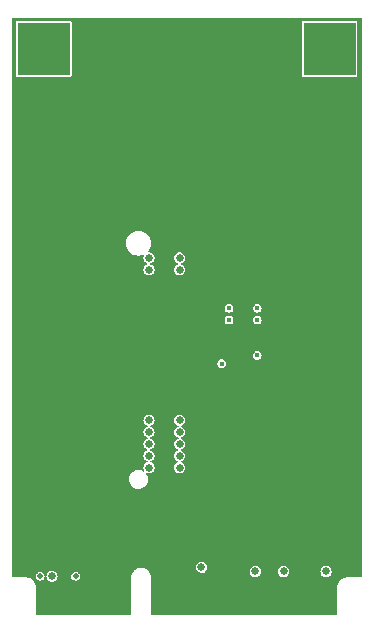
<source format=gbr>
%TF.GenerationSoftware,KiCad,Pcbnew,(6.0.1)*%
%TF.CreationDate,2022-01-21T21:00:34+01:00*%
%TF.ProjectId,apu-m2,6170752d-6d32-42e6-9b69-6361645f7063,rev?*%
%TF.SameCoordinates,Original*%
%TF.FileFunction,Copper,L2,Inr*%
%TF.FilePolarity,Positive*%
%FSLAX46Y46*%
G04 Gerber Fmt 4.6, Leading zero omitted, Abs format (unit mm)*
G04 Created by KiCad (PCBNEW (6.0.1)) date 2022-01-21 21:00:34*
%MOMM*%
%LPD*%
G01*
G04 APERTURE LIST*
%TA.AperFunction,ComponentPad*%
%ADD10R,4.500000X4.500000*%
%TD*%
%TA.AperFunction,ViaPad*%
%ADD11C,0.450000*%
%TD*%
%TA.AperFunction,ViaPad*%
%ADD12C,0.650000*%
%TD*%
%TA.AperFunction,ViaPad*%
%ADD13C,0.460000*%
%TD*%
G04 APERTURE END LIST*
D10*
%TO.N,N/C*%
%TO.C,J1*%
X127025000Y-55150000D03*
X102825000Y-55150000D03*
%TD*%
D11*
%TO.N,Net-(J1-Pad22)*%
X117900000Y-81800000D03*
%TO.N,/~{CLKREQ}*%
X118500000Y-78100000D03*
%TO.N,/~{PEWAKE}*%
X118500000Y-77100000D03*
%TO.N,+3V3*%
X120900000Y-81100000D03*
%TO.N,GND*%
X120900000Y-80100000D03*
X120900000Y-79100000D03*
%TO.N,+3V3*%
X120900000Y-78100000D03*
X120900000Y-77100000D03*
D12*
%TO.N,GND*%
X114491297Y-91700000D03*
X114491297Y-85200000D03*
X118500000Y-91100000D03*
X118900000Y-88900000D03*
X119400000Y-90000000D03*
X118100000Y-88200000D03*
X119400000Y-87100000D03*
X118500000Y-86000000D03*
X118500000Y-74200000D03*
X119400000Y-73100000D03*
X118500000Y-72000000D03*
X114500000Y-71000000D03*
X114500000Y-75000000D03*
D11*
X106875000Y-78350000D03*
X106875000Y-79875000D03*
D12*
%TO.N,+3V3*%
X103525000Y-99800000D03*
X114325000Y-87600000D03*
X111725000Y-88600000D03*
X114325000Y-90600000D03*
X114325000Y-89600000D03*
X111725000Y-90600000D03*
X123125000Y-99400000D03*
X111725000Y-89600000D03*
X114325000Y-73850000D03*
X116175000Y-99050000D03*
X120725000Y-99400000D03*
X114325000Y-72850000D03*
X126725000Y-99400000D03*
X111725000Y-72850000D03*
X111725000Y-87600000D03*
X111725000Y-86600000D03*
X111725000Y-73850000D03*
X114325000Y-88600000D03*
X114325000Y-86600000D03*
%TO.N,GND*%
X106875000Y-90100000D03*
D13*
X123125000Y-100300000D03*
D12*
X121925000Y-99400000D03*
D13*
X106325000Y-100300000D03*
X104125000Y-78350000D03*
X113125000Y-100300000D03*
X116325000Y-100300000D03*
X119925000Y-100300000D03*
X116925000Y-99750000D03*
X104125000Y-79850000D03*
D12*
X104275000Y-90100000D03*
X106875000Y-85850000D03*
X106875000Y-81450000D03*
D13*
X125925000Y-100300000D03*
D12*
X104275000Y-72600000D03*
D13*
X119725000Y-99650000D03*
D12*
X106875000Y-84350000D03*
X106875000Y-72600000D03*
X104275000Y-73600000D03*
D13*
X104325000Y-100300000D03*
D12*
X106875000Y-87350000D03*
D13*
X117525000Y-100300000D03*
X104125000Y-76850000D03*
X108725000Y-100300000D03*
X114325000Y-100300000D03*
D12*
X106875000Y-82850000D03*
X106875000Y-73600000D03*
X106875000Y-76850000D03*
D13*
X120725000Y-100300000D03*
D12*
X106875000Y-88850000D03*
D13*
%TO.N,/~{PEWAKE}*%
X102525000Y-99800000D03*
%TO.N,/~{CLKREQ}*%
X105525000Y-99800000D03*
%TD*%
%TA.AperFunction,Conductor*%
%TO.N,GND*%
G36*
X129735648Y-52514352D02*
G01*
X129750000Y-52549000D01*
X129750000Y-99851000D01*
X129735648Y-99885648D01*
X129701000Y-99900000D01*
X128548600Y-99900000D01*
X128533459Y-99897602D01*
X128532381Y-99897252D01*
X128532380Y-99897252D01*
X128525000Y-99894854D01*
X128520438Y-99896336D01*
X128456954Y-99902589D01*
X128360763Y-99912063D01*
X128360759Y-99912064D01*
X128358371Y-99912299D01*
X128198145Y-99960902D01*
X128050480Y-100039831D01*
X127921051Y-100146051D01*
X127919522Y-100147914D01*
X127912264Y-100156758D01*
X127814831Y-100275480D01*
X127735902Y-100423145D01*
X127687299Y-100583371D01*
X127687064Y-100585759D01*
X127687063Y-100585763D01*
X127672045Y-100738240D01*
X127671336Y-100745438D01*
X127669854Y-100750000D01*
X127672252Y-100757380D01*
X127672252Y-100757381D01*
X127672602Y-100758459D01*
X127675000Y-100773600D01*
X127675000Y-103051000D01*
X127660648Y-103085648D01*
X127626000Y-103100000D01*
X111974000Y-103100000D01*
X111939352Y-103085648D01*
X111925000Y-103051000D01*
X111925000Y-99973600D01*
X111927398Y-99958459D01*
X111927748Y-99957383D01*
X111927748Y-99957380D01*
X111930146Y-99950000D01*
X111929460Y-99947889D01*
X111927352Y-99927828D01*
X111913718Y-99798118D01*
X111911005Y-99772302D01*
X111855791Y-99602370D01*
X111766452Y-99447631D01*
X111762501Y-99443242D01*
X111694714Y-99367957D01*
X111646894Y-99314847D01*
X111643893Y-99312666D01*
X111504421Y-99211335D01*
X111504420Y-99211334D01*
X111502341Y-99209824D01*
X111339111Y-99137149D01*
X111251725Y-99118574D01*
X111166848Y-99100533D01*
X111166845Y-99100533D01*
X111164339Y-99100000D01*
X110985661Y-99100000D01*
X110983155Y-99100533D01*
X110983152Y-99100533D01*
X110898275Y-99118575D01*
X110810889Y-99137149D01*
X110647659Y-99209824D01*
X110645580Y-99211334D01*
X110645579Y-99211335D01*
X110506108Y-99312666D01*
X110503106Y-99314847D01*
X110455286Y-99367957D01*
X110387500Y-99443242D01*
X110383548Y-99447631D01*
X110294209Y-99602370D01*
X110238995Y-99772302D01*
X110220540Y-99947889D01*
X110219854Y-99950000D01*
X110222252Y-99957380D01*
X110222252Y-99957383D01*
X110222602Y-99958459D01*
X110225000Y-99973600D01*
X110225000Y-103051000D01*
X110210648Y-103085648D01*
X110176000Y-103100000D01*
X102224000Y-103100000D01*
X102189352Y-103085648D01*
X102175000Y-103051000D01*
X102175000Y-100773600D01*
X102177398Y-100758459D01*
X102177748Y-100757381D01*
X102177748Y-100757380D01*
X102180146Y-100750000D01*
X102178664Y-100745438D01*
X102162701Y-100583371D01*
X102114098Y-100423145D01*
X102035169Y-100275480D01*
X101937736Y-100156758D01*
X101930478Y-100147914D01*
X101928949Y-100146051D01*
X101799520Y-100039831D01*
X101651855Y-99960902D01*
X101491629Y-99912299D01*
X101489241Y-99912064D01*
X101489237Y-99912063D01*
X101335283Y-99896899D01*
X101335282Y-99896899D01*
X101329562Y-99896336D01*
X101325000Y-99894854D01*
X101317620Y-99897252D01*
X101317619Y-99897252D01*
X101316541Y-99897602D01*
X101301400Y-99900000D01*
X100149000Y-99900000D01*
X100114352Y-99885648D01*
X100100000Y-99851000D01*
X100100000Y-99800000D01*
X102149882Y-99800000D01*
X102168242Y-99915918D01*
X102221523Y-100020489D01*
X102304511Y-100103477D01*
X102307948Y-100105228D01*
X102307949Y-100105229D01*
X102329672Y-100116297D01*
X102409082Y-100156758D01*
X102525000Y-100175118D01*
X102640918Y-100156758D01*
X102720328Y-100116297D01*
X102742051Y-100105229D01*
X102742052Y-100105228D01*
X102745489Y-100103477D01*
X102828477Y-100020489D01*
X102881758Y-99915918D01*
X102900118Y-99800000D01*
X102899198Y-99794193D01*
X103049697Y-99794193D01*
X103050149Y-99797650D01*
X103050149Y-99797653D01*
X103066064Y-99919356D01*
X103067172Y-99927828D01*
X103080650Y-99958459D01*
X103107944Y-100020489D01*
X103121451Y-100051187D01*
X103208172Y-100154353D01*
X103211076Y-100156286D01*
X103211077Y-100156287D01*
X103221369Y-100163138D01*
X103320362Y-100229033D01*
X103449002Y-100269223D01*
X103452492Y-100269287D01*
X103479851Y-100269788D01*
X103583752Y-100271693D01*
X103587116Y-100270776D01*
X103710410Y-100237163D01*
X103710413Y-100237162D01*
X103713779Y-100236244D01*
X103828631Y-100165725D01*
X103919073Y-100065806D01*
X103977836Y-99944518D01*
X103978491Y-99940628D01*
X103999883Y-99813476D01*
X103999883Y-99813473D01*
X104000196Y-99811614D01*
X104000250Y-99807213D01*
X104000315Y-99801902D01*
X104000315Y-99801899D01*
X104000338Y-99800000D01*
X105149882Y-99800000D01*
X105168242Y-99915918D01*
X105221523Y-100020489D01*
X105304511Y-100103477D01*
X105307948Y-100105228D01*
X105307949Y-100105229D01*
X105329672Y-100116297D01*
X105409082Y-100156758D01*
X105525000Y-100175118D01*
X105640918Y-100156758D01*
X105720328Y-100116297D01*
X105742051Y-100105229D01*
X105742052Y-100105228D01*
X105745489Y-100103477D01*
X105828477Y-100020489D01*
X105881758Y-99915918D01*
X105900118Y-99800000D01*
X105881758Y-99684082D01*
X105855118Y-99631797D01*
X105830229Y-99582949D01*
X105830228Y-99582948D01*
X105828477Y-99579511D01*
X105745489Y-99496523D01*
X105742052Y-99494772D01*
X105742051Y-99494771D01*
X105693203Y-99469882D01*
X105640918Y-99443242D01*
X105525000Y-99424882D01*
X105409082Y-99443242D01*
X105356797Y-99469882D01*
X105307949Y-99494771D01*
X105307948Y-99494772D01*
X105304511Y-99496523D01*
X105221523Y-99579511D01*
X105219772Y-99582948D01*
X105219771Y-99582949D01*
X105194882Y-99631797D01*
X105168242Y-99684082D01*
X105149882Y-99800000D01*
X104000338Y-99800000D01*
X103981232Y-99666588D01*
X103925450Y-99543902D01*
X103837475Y-99441803D01*
X103812300Y-99425485D01*
X103727312Y-99370398D01*
X103727311Y-99370398D01*
X103724382Y-99368499D01*
X103595259Y-99329883D01*
X103529100Y-99329479D01*
X103463981Y-99329081D01*
X103463979Y-99329081D01*
X103460489Y-99329060D01*
X103457134Y-99330019D01*
X103457133Y-99330019D01*
X103334260Y-99365136D01*
X103334259Y-99365136D01*
X103330905Y-99366095D01*
X103216924Y-99438012D01*
X103166796Y-99494771D01*
X103145145Y-99519287D01*
X103127709Y-99539029D01*
X103070432Y-99661025D01*
X103069895Y-99664474D01*
X103053106Y-99772302D01*
X103049697Y-99794193D01*
X102899198Y-99794193D01*
X102881758Y-99684082D01*
X102855118Y-99631797D01*
X102830229Y-99582949D01*
X102830228Y-99582948D01*
X102828477Y-99579511D01*
X102745489Y-99496523D01*
X102742052Y-99494772D01*
X102742051Y-99494771D01*
X102693203Y-99469882D01*
X102640918Y-99443242D01*
X102525000Y-99424882D01*
X102409082Y-99443242D01*
X102356797Y-99469882D01*
X102307949Y-99494771D01*
X102307948Y-99494772D01*
X102304511Y-99496523D01*
X102221523Y-99579511D01*
X102219772Y-99582948D01*
X102219771Y-99582949D01*
X102194882Y-99631797D01*
X102168242Y-99684082D01*
X102149882Y-99800000D01*
X100100000Y-99800000D01*
X100100000Y-99044193D01*
X115699697Y-99044193D01*
X115700149Y-99047650D01*
X115700149Y-99047653D01*
X115713151Y-99147079D01*
X115717172Y-99177828D01*
X115771451Y-99301187D01*
X115858172Y-99404353D01*
X115970362Y-99479033D01*
X116099002Y-99519223D01*
X116102492Y-99519287D01*
X116129851Y-99519788D01*
X116233752Y-99521693D01*
X116237116Y-99520776D01*
X116360410Y-99487163D01*
X116360413Y-99487162D01*
X116363779Y-99486244D01*
X116478631Y-99415725D01*
X116498121Y-99394193D01*
X120249697Y-99394193D01*
X120250149Y-99397650D01*
X120250149Y-99397653D01*
X120266719Y-99524366D01*
X120267172Y-99527828D01*
X120274245Y-99543902D01*
X120301046Y-99604812D01*
X120321451Y-99651187D01*
X120323697Y-99653859D01*
X120329721Y-99661025D01*
X120408172Y-99754353D01*
X120411076Y-99756286D01*
X120411077Y-99756287D01*
X120462847Y-99790748D01*
X120520362Y-99829033D01*
X120649002Y-99869223D01*
X120652492Y-99869287D01*
X120679851Y-99869788D01*
X120783752Y-99871693D01*
X120787116Y-99870776D01*
X120910410Y-99837163D01*
X120910413Y-99837162D01*
X120913779Y-99836244D01*
X121028631Y-99765725D01*
X121119073Y-99665806D01*
X121177836Y-99544518D01*
X121178760Y-99539029D01*
X121199883Y-99413476D01*
X121199883Y-99413473D01*
X121200196Y-99411614D01*
X121200338Y-99400000D01*
X121199506Y-99394193D01*
X122649697Y-99394193D01*
X122650149Y-99397650D01*
X122650149Y-99397653D01*
X122666719Y-99524366D01*
X122667172Y-99527828D01*
X122674245Y-99543902D01*
X122701046Y-99604812D01*
X122721451Y-99651187D01*
X122723697Y-99653859D01*
X122729721Y-99661025D01*
X122808172Y-99754353D01*
X122811076Y-99756286D01*
X122811077Y-99756287D01*
X122862847Y-99790748D01*
X122920362Y-99829033D01*
X123049002Y-99869223D01*
X123052492Y-99869287D01*
X123079851Y-99869788D01*
X123183752Y-99871693D01*
X123187116Y-99870776D01*
X123310410Y-99837163D01*
X123310413Y-99837162D01*
X123313779Y-99836244D01*
X123428631Y-99765725D01*
X123519073Y-99665806D01*
X123577836Y-99544518D01*
X123578760Y-99539029D01*
X123599883Y-99413476D01*
X123599883Y-99413473D01*
X123600196Y-99411614D01*
X123600338Y-99400000D01*
X123599506Y-99394193D01*
X126249697Y-99394193D01*
X126250149Y-99397650D01*
X126250149Y-99397653D01*
X126266719Y-99524366D01*
X126267172Y-99527828D01*
X126274245Y-99543902D01*
X126301046Y-99604812D01*
X126321451Y-99651187D01*
X126323697Y-99653859D01*
X126329721Y-99661025D01*
X126408172Y-99754353D01*
X126411076Y-99756286D01*
X126411077Y-99756287D01*
X126462847Y-99790748D01*
X126520362Y-99829033D01*
X126649002Y-99869223D01*
X126652492Y-99869287D01*
X126679851Y-99869788D01*
X126783752Y-99871693D01*
X126787116Y-99870776D01*
X126910410Y-99837163D01*
X126910413Y-99837162D01*
X126913779Y-99836244D01*
X127028631Y-99765725D01*
X127119073Y-99665806D01*
X127177836Y-99544518D01*
X127178760Y-99539029D01*
X127199883Y-99413476D01*
X127199883Y-99413473D01*
X127200196Y-99411614D01*
X127200338Y-99400000D01*
X127181232Y-99266588D01*
X127125450Y-99143902D01*
X127037475Y-99041803D01*
X126924382Y-98968499D01*
X126795259Y-98929883D01*
X126729100Y-98929479D01*
X126663981Y-98929081D01*
X126663979Y-98929081D01*
X126660489Y-98929060D01*
X126657134Y-98930019D01*
X126657133Y-98930019D01*
X126534260Y-98965136D01*
X126534259Y-98965136D01*
X126530905Y-98966095D01*
X126416924Y-99038012D01*
X126327709Y-99139029D01*
X126270432Y-99261025D01*
X126269895Y-99264474D01*
X126253698Y-99368499D01*
X126249697Y-99394193D01*
X123599506Y-99394193D01*
X123581232Y-99266588D01*
X123525450Y-99143902D01*
X123437475Y-99041803D01*
X123324382Y-98968499D01*
X123195259Y-98929883D01*
X123129100Y-98929479D01*
X123063981Y-98929081D01*
X123063979Y-98929081D01*
X123060489Y-98929060D01*
X123057134Y-98930019D01*
X123057133Y-98930019D01*
X122934260Y-98965136D01*
X122934259Y-98965136D01*
X122930905Y-98966095D01*
X122816924Y-99038012D01*
X122727709Y-99139029D01*
X122670432Y-99261025D01*
X122669895Y-99264474D01*
X122653698Y-99368499D01*
X122649697Y-99394193D01*
X121199506Y-99394193D01*
X121181232Y-99266588D01*
X121125450Y-99143902D01*
X121037475Y-99041803D01*
X120924382Y-98968499D01*
X120795259Y-98929883D01*
X120729100Y-98929479D01*
X120663981Y-98929081D01*
X120663979Y-98929081D01*
X120660489Y-98929060D01*
X120657134Y-98930019D01*
X120657133Y-98930019D01*
X120534260Y-98965136D01*
X120534259Y-98965136D01*
X120530905Y-98966095D01*
X120416924Y-99038012D01*
X120327709Y-99139029D01*
X120270432Y-99261025D01*
X120269895Y-99264474D01*
X120253698Y-99368499D01*
X120249697Y-99394193D01*
X116498121Y-99394193D01*
X116569073Y-99315806D01*
X116627836Y-99194518D01*
X116630107Y-99181023D01*
X116649883Y-99063476D01*
X116649883Y-99063473D01*
X116650196Y-99061614D01*
X116650338Y-99050000D01*
X116631232Y-98916588D01*
X116575450Y-98793902D01*
X116487475Y-98691803D01*
X116374382Y-98618499D01*
X116245259Y-98579883D01*
X116179100Y-98579479D01*
X116113981Y-98579081D01*
X116113979Y-98579081D01*
X116110489Y-98579060D01*
X116107134Y-98580019D01*
X116107133Y-98580019D01*
X115984260Y-98615136D01*
X115984259Y-98615136D01*
X115980905Y-98616095D01*
X115866924Y-98688012D01*
X115777709Y-98789029D01*
X115720432Y-98911025D01*
X115719895Y-98914474D01*
X115700365Y-99039905D01*
X115699697Y-99044193D01*
X100100000Y-99044193D01*
X100100000Y-91594376D01*
X110019455Y-91594376D01*
X110038227Y-91772983D01*
X110096103Y-91942993D01*
X110190206Y-92095955D01*
X110192121Y-92097911D01*
X110192123Y-92097913D01*
X110313941Y-92222310D01*
X110313944Y-92222312D01*
X110315859Y-92224268D01*
X110466817Y-92321554D01*
X110574683Y-92360814D01*
X110633003Y-92382041D01*
X110633005Y-92382041D01*
X110635578Y-92382978D01*
X110774283Y-92400500D01*
X110870155Y-92400500D01*
X110871506Y-92400348D01*
X110871514Y-92400348D01*
X111000754Y-92385851D01*
X111000755Y-92385851D01*
X111003472Y-92385546D01*
X111041696Y-92372235D01*
X111170484Y-92327387D01*
X111170487Y-92327385D01*
X111173073Y-92326485D01*
X111180965Y-92321554D01*
X111323050Y-92232769D01*
X111323051Y-92232768D01*
X111325375Y-92231316D01*
X111332473Y-92224268D01*
X111450860Y-92106703D01*
X111452807Y-92104770D01*
X111549037Y-91953136D01*
X111609281Y-91783951D01*
X111630545Y-91605624D01*
X111611773Y-91427017D01*
X111553897Y-91257007D01*
X111459794Y-91104045D01*
X111457877Y-91102087D01*
X111457214Y-91101239D01*
X111447189Y-91065101D01*
X111465654Y-91032459D01*
X111501792Y-91022434D01*
X111516921Y-91026843D01*
X111517454Y-91027097D01*
X111520362Y-91029033D01*
X111649002Y-91069223D01*
X111652492Y-91069287D01*
X111679851Y-91069788D01*
X111783752Y-91071693D01*
X111787116Y-91070776D01*
X111910410Y-91037163D01*
X111910413Y-91037162D01*
X111913779Y-91036244D01*
X112028631Y-90965725D01*
X112119073Y-90865806D01*
X112177836Y-90744518D01*
X112180107Y-90731023D01*
X112199883Y-90613476D01*
X112199883Y-90613473D01*
X112200196Y-90611614D01*
X112200338Y-90600000D01*
X112199506Y-90594193D01*
X113849697Y-90594193D01*
X113850149Y-90597650D01*
X113850149Y-90597653D01*
X113866719Y-90724366D01*
X113867172Y-90727828D01*
X113868578Y-90731023D01*
X113905685Y-90815355D01*
X113921451Y-90851187D01*
X114008172Y-90954353D01*
X114120362Y-91029033D01*
X114249002Y-91069223D01*
X114252492Y-91069287D01*
X114279851Y-91069788D01*
X114383752Y-91071693D01*
X114387116Y-91070776D01*
X114510410Y-91037163D01*
X114510413Y-91037162D01*
X114513779Y-91036244D01*
X114628631Y-90965725D01*
X114719073Y-90865806D01*
X114777836Y-90744518D01*
X114780107Y-90731023D01*
X114799883Y-90613476D01*
X114799883Y-90613473D01*
X114800196Y-90611614D01*
X114800338Y-90600000D01*
X114781232Y-90466588D01*
X114725450Y-90343902D01*
X114637475Y-90241803D01*
X114524382Y-90168499D01*
X114452247Y-90146926D01*
X114423164Y-90123248D01*
X114419341Y-90085940D01*
X114443019Y-90056857D01*
X114453397Y-90052706D01*
X114513779Y-90036244D01*
X114628631Y-89965725D01*
X114719073Y-89865806D01*
X114777836Y-89744518D01*
X114780107Y-89731023D01*
X114799883Y-89613476D01*
X114799883Y-89613473D01*
X114800196Y-89611614D01*
X114800338Y-89600000D01*
X114781232Y-89466588D01*
X114725450Y-89343902D01*
X114637475Y-89241803D01*
X114524382Y-89168499D01*
X114452247Y-89146926D01*
X114423164Y-89123248D01*
X114419341Y-89085940D01*
X114443019Y-89056857D01*
X114453397Y-89052706D01*
X114513779Y-89036244D01*
X114628631Y-88965725D01*
X114719073Y-88865806D01*
X114777836Y-88744518D01*
X114780107Y-88731023D01*
X114799883Y-88613476D01*
X114799883Y-88613473D01*
X114800196Y-88611614D01*
X114800338Y-88600000D01*
X114781232Y-88466588D01*
X114725450Y-88343902D01*
X114637475Y-88241803D01*
X114524382Y-88168499D01*
X114452247Y-88146926D01*
X114423164Y-88123248D01*
X114419341Y-88085940D01*
X114443019Y-88056857D01*
X114453397Y-88052706D01*
X114513779Y-88036244D01*
X114628631Y-87965725D01*
X114719073Y-87865806D01*
X114777836Y-87744518D01*
X114780107Y-87731023D01*
X114799883Y-87613476D01*
X114799883Y-87613473D01*
X114800196Y-87611614D01*
X114800338Y-87600000D01*
X114781232Y-87466588D01*
X114725450Y-87343902D01*
X114637475Y-87241803D01*
X114524382Y-87168499D01*
X114452247Y-87146926D01*
X114423164Y-87123248D01*
X114419341Y-87085940D01*
X114443019Y-87056857D01*
X114453397Y-87052706D01*
X114513779Y-87036244D01*
X114628631Y-86965725D01*
X114719073Y-86865806D01*
X114777836Y-86744518D01*
X114780107Y-86731023D01*
X114799883Y-86613476D01*
X114799883Y-86613473D01*
X114800196Y-86611614D01*
X114800338Y-86600000D01*
X114781232Y-86466588D01*
X114725450Y-86343902D01*
X114637475Y-86241803D01*
X114524382Y-86168499D01*
X114395259Y-86129883D01*
X114329100Y-86129479D01*
X114263981Y-86129081D01*
X114263979Y-86129081D01*
X114260489Y-86129060D01*
X114257134Y-86130019D01*
X114257133Y-86130019D01*
X114134260Y-86165136D01*
X114134259Y-86165136D01*
X114130905Y-86166095D01*
X114016924Y-86238012D01*
X113927709Y-86339029D01*
X113870432Y-86461025D01*
X113849697Y-86594193D01*
X113850149Y-86597650D01*
X113850149Y-86597653D01*
X113866719Y-86724366D01*
X113867172Y-86727828D01*
X113921451Y-86851187D01*
X114008172Y-86954353D01*
X114120362Y-87029033D01*
X114123694Y-87030074D01*
X114198122Y-87053327D01*
X114226914Y-87077359D01*
X114230281Y-87114710D01*
X114206249Y-87143502D01*
X114196975Y-87147212D01*
X114134260Y-87165136D01*
X114134259Y-87165136D01*
X114130905Y-87166095D01*
X114016924Y-87238012D01*
X113927709Y-87339029D01*
X113870432Y-87461025D01*
X113849697Y-87594193D01*
X113850149Y-87597650D01*
X113850149Y-87597653D01*
X113866719Y-87724366D01*
X113867172Y-87727828D01*
X113921451Y-87851187D01*
X114008172Y-87954353D01*
X114120362Y-88029033D01*
X114123694Y-88030074D01*
X114198122Y-88053327D01*
X114226914Y-88077359D01*
X114230281Y-88114710D01*
X114206249Y-88143502D01*
X114196975Y-88147212D01*
X114134260Y-88165136D01*
X114134259Y-88165136D01*
X114130905Y-88166095D01*
X114016924Y-88238012D01*
X113927709Y-88339029D01*
X113870432Y-88461025D01*
X113849697Y-88594193D01*
X113850149Y-88597650D01*
X113850149Y-88597653D01*
X113866719Y-88724366D01*
X113867172Y-88727828D01*
X113921451Y-88851187D01*
X114008172Y-88954353D01*
X114120362Y-89029033D01*
X114123694Y-89030074D01*
X114198122Y-89053327D01*
X114226914Y-89077359D01*
X114230281Y-89114710D01*
X114206249Y-89143502D01*
X114196975Y-89147212D01*
X114134260Y-89165136D01*
X114134259Y-89165136D01*
X114130905Y-89166095D01*
X114016924Y-89238012D01*
X113927709Y-89339029D01*
X113870432Y-89461025D01*
X113849697Y-89594193D01*
X113850149Y-89597650D01*
X113850149Y-89597653D01*
X113866719Y-89724366D01*
X113867172Y-89727828D01*
X113921451Y-89851187D01*
X114008172Y-89954353D01*
X114120362Y-90029033D01*
X114123694Y-90030074D01*
X114198122Y-90053327D01*
X114226914Y-90077359D01*
X114230281Y-90114710D01*
X114206249Y-90143502D01*
X114196975Y-90147212D01*
X114134260Y-90165136D01*
X114134259Y-90165136D01*
X114130905Y-90166095D01*
X114016924Y-90238012D01*
X113927709Y-90339029D01*
X113870432Y-90461025D01*
X113849697Y-90594193D01*
X112199506Y-90594193D01*
X112181232Y-90466588D01*
X112125450Y-90343902D01*
X112037475Y-90241803D01*
X111924382Y-90168499D01*
X111852247Y-90146926D01*
X111823164Y-90123248D01*
X111819341Y-90085940D01*
X111843019Y-90056857D01*
X111853397Y-90052706D01*
X111913779Y-90036244D01*
X112028631Y-89965725D01*
X112119073Y-89865806D01*
X112177836Y-89744518D01*
X112180107Y-89731023D01*
X112199883Y-89613476D01*
X112199883Y-89613473D01*
X112200196Y-89611614D01*
X112200338Y-89600000D01*
X112181232Y-89466588D01*
X112125450Y-89343902D01*
X112037475Y-89241803D01*
X111924382Y-89168499D01*
X111852247Y-89146926D01*
X111823164Y-89123248D01*
X111819341Y-89085940D01*
X111843019Y-89056857D01*
X111853397Y-89052706D01*
X111913779Y-89036244D01*
X112028631Y-88965725D01*
X112119073Y-88865806D01*
X112177836Y-88744518D01*
X112180107Y-88731023D01*
X112199883Y-88613476D01*
X112199883Y-88613473D01*
X112200196Y-88611614D01*
X112200338Y-88600000D01*
X112181232Y-88466588D01*
X112125450Y-88343902D01*
X112037475Y-88241803D01*
X111924382Y-88168499D01*
X111852247Y-88146926D01*
X111823164Y-88123248D01*
X111819341Y-88085940D01*
X111843019Y-88056857D01*
X111853397Y-88052706D01*
X111913779Y-88036244D01*
X112028631Y-87965725D01*
X112119073Y-87865806D01*
X112177836Y-87744518D01*
X112180107Y-87731023D01*
X112199883Y-87613476D01*
X112199883Y-87613473D01*
X112200196Y-87611614D01*
X112200338Y-87600000D01*
X112181232Y-87466588D01*
X112125450Y-87343902D01*
X112037475Y-87241803D01*
X111924382Y-87168499D01*
X111852247Y-87146926D01*
X111823164Y-87123248D01*
X111819341Y-87085940D01*
X111843019Y-87056857D01*
X111853397Y-87052706D01*
X111913779Y-87036244D01*
X112028631Y-86965725D01*
X112119073Y-86865806D01*
X112177836Y-86744518D01*
X112180107Y-86731023D01*
X112199883Y-86613476D01*
X112199883Y-86613473D01*
X112200196Y-86611614D01*
X112200338Y-86600000D01*
X112181232Y-86466588D01*
X112125450Y-86343902D01*
X112037475Y-86241803D01*
X111924382Y-86168499D01*
X111795259Y-86129883D01*
X111729100Y-86129479D01*
X111663981Y-86129081D01*
X111663979Y-86129081D01*
X111660489Y-86129060D01*
X111657134Y-86130019D01*
X111657133Y-86130019D01*
X111534260Y-86165136D01*
X111534259Y-86165136D01*
X111530905Y-86166095D01*
X111416924Y-86238012D01*
X111327709Y-86339029D01*
X111270432Y-86461025D01*
X111249697Y-86594193D01*
X111250149Y-86597650D01*
X111250149Y-86597653D01*
X111266719Y-86724366D01*
X111267172Y-86727828D01*
X111321451Y-86851187D01*
X111408172Y-86954353D01*
X111520362Y-87029033D01*
X111523694Y-87030074D01*
X111598122Y-87053327D01*
X111626914Y-87077359D01*
X111630281Y-87114710D01*
X111606249Y-87143502D01*
X111596975Y-87147212D01*
X111534260Y-87165136D01*
X111534259Y-87165136D01*
X111530905Y-87166095D01*
X111416924Y-87238012D01*
X111327709Y-87339029D01*
X111270432Y-87461025D01*
X111249697Y-87594193D01*
X111250149Y-87597650D01*
X111250149Y-87597653D01*
X111266719Y-87724366D01*
X111267172Y-87727828D01*
X111321451Y-87851187D01*
X111408172Y-87954353D01*
X111520362Y-88029033D01*
X111523694Y-88030074D01*
X111598122Y-88053327D01*
X111626914Y-88077359D01*
X111630281Y-88114710D01*
X111606249Y-88143502D01*
X111596975Y-88147212D01*
X111534260Y-88165136D01*
X111534259Y-88165136D01*
X111530905Y-88166095D01*
X111416924Y-88238012D01*
X111327709Y-88339029D01*
X111270432Y-88461025D01*
X111249697Y-88594193D01*
X111250149Y-88597650D01*
X111250149Y-88597653D01*
X111266719Y-88724366D01*
X111267172Y-88727828D01*
X111321451Y-88851187D01*
X111408172Y-88954353D01*
X111520362Y-89029033D01*
X111523694Y-89030074D01*
X111598122Y-89053327D01*
X111626914Y-89077359D01*
X111630281Y-89114710D01*
X111606249Y-89143502D01*
X111596975Y-89147212D01*
X111534260Y-89165136D01*
X111534259Y-89165136D01*
X111530905Y-89166095D01*
X111416924Y-89238012D01*
X111327709Y-89339029D01*
X111270432Y-89461025D01*
X111249697Y-89594193D01*
X111250149Y-89597650D01*
X111250149Y-89597653D01*
X111266719Y-89724366D01*
X111267172Y-89727828D01*
X111321451Y-89851187D01*
X111408172Y-89954353D01*
X111520362Y-90029033D01*
X111523694Y-90030074D01*
X111598122Y-90053327D01*
X111626914Y-90077359D01*
X111630281Y-90114710D01*
X111606249Y-90143502D01*
X111596975Y-90147212D01*
X111534260Y-90165136D01*
X111534259Y-90165136D01*
X111530905Y-90166095D01*
X111416924Y-90238012D01*
X111327709Y-90339029D01*
X111270432Y-90461025D01*
X111249697Y-90594193D01*
X111250149Y-90597650D01*
X111250149Y-90597653D01*
X111266719Y-90724366D01*
X111267172Y-90727828D01*
X111268578Y-90731023D01*
X111305685Y-90815355D01*
X111321451Y-90851187D01*
X111323699Y-90853861D01*
X111323700Y-90853863D01*
X111325796Y-90856357D01*
X111337105Y-90892114D01*
X111319818Y-90925395D01*
X111284061Y-90936704D01*
X111261744Y-90929075D01*
X111185481Y-90879927D01*
X111183183Y-90878446D01*
X111075317Y-90839186D01*
X111016997Y-90817959D01*
X111016995Y-90817959D01*
X111014422Y-90817022D01*
X110875717Y-90799500D01*
X110779845Y-90799500D01*
X110778494Y-90799652D01*
X110778486Y-90799652D01*
X110649246Y-90814149D01*
X110649245Y-90814149D01*
X110646528Y-90814454D01*
X110643940Y-90815355D01*
X110643941Y-90815355D01*
X110479516Y-90872613D01*
X110479513Y-90872615D01*
X110476927Y-90873515D01*
X110474604Y-90874966D01*
X110474603Y-90874967D01*
X110347559Y-90954353D01*
X110324625Y-90968684D01*
X110322682Y-90970613D01*
X110322680Y-90970615D01*
X110270499Y-91022434D01*
X110197193Y-91095230D01*
X110100963Y-91246864D01*
X110040719Y-91416049D01*
X110019455Y-91594376D01*
X100100000Y-91594376D01*
X100100000Y-81800000D01*
X117524882Y-81800000D01*
X117543242Y-81915918D01*
X117596523Y-82020489D01*
X117679511Y-82103477D01*
X117682948Y-82105228D01*
X117682949Y-82105229D01*
X117731796Y-82130117D01*
X117784082Y-82156758D01*
X117900000Y-82175118D01*
X118015918Y-82156758D01*
X118068204Y-82130117D01*
X118117051Y-82105229D01*
X118117052Y-82105228D01*
X118120489Y-82103477D01*
X118203477Y-82020489D01*
X118256758Y-81915918D01*
X118275118Y-81800000D01*
X118256758Y-81684082D01*
X118203477Y-81579511D01*
X118120489Y-81496523D01*
X118117052Y-81494772D01*
X118117051Y-81494771D01*
X118039006Y-81455006D01*
X118015918Y-81443242D01*
X117900000Y-81424882D01*
X117784082Y-81443242D01*
X117760994Y-81455006D01*
X117682949Y-81494771D01*
X117682948Y-81494772D01*
X117679511Y-81496523D01*
X117596523Y-81579511D01*
X117543242Y-81684082D01*
X117524882Y-81800000D01*
X100100000Y-81800000D01*
X100100000Y-81100000D01*
X120524882Y-81100000D01*
X120543242Y-81215918D01*
X120596523Y-81320489D01*
X120679511Y-81403477D01*
X120682948Y-81405228D01*
X120682949Y-81405229D01*
X120721521Y-81424882D01*
X120784082Y-81456758D01*
X120900000Y-81475118D01*
X121015918Y-81456758D01*
X121078479Y-81424882D01*
X121117051Y-81405229D01*
X121117052Y-81405228D01*
X121120489Y-81403477D01*
X121203477Y-81320489D01*
X121256758Y-81215918D01*
X121275118Y-81100000D01*
X121256758Y-80984082D01*
X121203477Y-80879511D01*
X121120489Y-80796523D01*
X121117052Y-80794772D01*
X121117051Y-80794771D01*
X121068203Y-80769882D01*
X121015918Y-80743242D01*
X120900000Y-80724882D01*
X120784082Y-80743242D01*
X120731797Y-80769882D01*
X120682949Y-80794771D01*
X120682948Y-80794772D01*
X120679511Y-80796523D01*
X120596523Y-80879511D01*
X120543242Y-80984082D01*
X120524882Y-81100000D01*
X100100000Y-81100000D01*
X100100000Y-78100000D01*
X118124882Y-78100000D01*
X118143242Y-78215918D01*
X118196523Y-78320489D01*
X118279511Y-78403477D01*
X118282948Y-78405228D01*
X118282949Y-78405229D01*
X118331797Y-78430118D01*
X118384082Y-78456758D01*
X118500000Y-78475118D01*
X118615918Y-78456758D01*
X118668203Y-78430118D01*
X118717051Y-78405229D01*
X118717052Y-78405228D01*
X118720489Y-78403477D01*
X118803477Y-78320489D01*
X118856758Y-78215918D01*
X118875118Y-78100000D01*
X120524882Y-78100000D01*
X120543242Y-78215918D01*
X120596523Y-78320489D01*
X120679511Y-78403477D01*
X120682948Y-78405228D01*
X120682949Y-78405229D01*
X120731797Y-78430118D01*
X120784082Y-78456758D01*
X120900000Y-78475118D01*
X121015918Y-78456758D01*
X121068203Y-78430118D01*
X121117051Y-78405229D01*
X121117052Y-78405228D01*
X121120489Y-78403477D01*
X121203477Y-78320489D01*
X121256758Y-78215918D01*
X121275118Y-78100000D01*
X121256758Y-77984082D01*
X121203477Y-77879511D01*
X121120489Y-77796523D01*
X121117052Y-77794772D01*
X121117051Y-77794771D01*
X121068203Y-77769882D01*
X121015918Y-77743242D01*
X120900000Y-77724882D01*
X120784082Y-77743242D01*
X120731797Y-77769882D01*
X120682949Y-77794771D01*
X120682948Y-77794772D01*
X120679511Y-77796523D01*
X120596523Y-77879511D01*
X120543242Y-77984082D01*
X120524882Y-78100000D01*
X118875118Y-78100000D01*
X118856758Y-77984082D01*
X118803477Y-77879511D01*
X118720489Y-77796523D01*
X118717052Y-77794772D01*
X118717051Y-77794771D01*
X118668203Y-77769882D01*
X118615918Y-77743242D01*
X118500000Y-77724882D01*
X118384082Y-77743242D01*
X118331797Y-77769882D01*
X118282949Y-77794771D01*
X118282948Y-77794772D01*
X118279511Y-77796523D01*
X118196523Y-77879511D01*
X118143242Y-77984082D01*
X118124882Y-78100000D01*
X100100000Y-78100000D01*
X100100000Y-77100000D01*
X118124882Y-77100000D01*
X118143242Y-77215918D01*
X118196523Y-77320489D01*
X118279511Y-77403477D01*
X118282948Y-77405228D01*
X118282949Y-77405229D01*
X118331797Y-77430118D01*
X118384082Y-77456758D01*
X118500000Y-77475118D01*
X118615918Y-77456758D01*
X118668203Y-77430118D01*
X118717051Y-77405229D01*
X118717052Y-77405228D01*
X118720489Y-77403477D01*
X118803477Y-77320489D01*
X118856758Y-77215918D01*
X118875118Y-77100000D01*
X120524882Y-77100000D01*
X120543242Y-77215918D01*
X120596523Y-77320489D01*
X120679511Y-77403477D01*
X120682948Y-77405228D01*
X120682949Y-77405229D01*
X120731797Y-77430118D01*
X120784082Y-77456758D01*
X120900000Y-77475118D01*
X121015918Y-77456758D01*
X121068203Y-77430118D01*
X121117051Y-77405229D01*
X121117052Y-77405228D01*
X121120489Y-77403477D01*
X121203477Y-77320489D01*
X121256758Y-77215918D01*
X121275118Y-77100000D01*
X121256758Y-76984082D01*
X121203477Y-76879511D01*
X121120489Y-76796523D01*
X121117052Y-76794772D01*
X121117051Y-76794771D01*
X121068203Y-76769882D01*
X121015918Y-76743242D01*
X120900000Y-76724882D01*
X120784082Y-76743242D01*
X120731797Y-76769882D01*
X120682949Y-76794771D01*
X120682948Y-76794772D01*
X120679511Y-76796523D01*
X120596523Y-76879511D01*
X120543242Y-76984082D01*
X120524882Y-77100000D01*
X118875118Y-77100000D01*
X118856758Y-76984082D01*
X118803477Y-76879511D01*
X118720489Y-76796523D01*
X118717052Y-76794772D01*
X118717051Y-76794771D01*
X118668203Y-76769882D01*
X118615918Y-76743242D01*
X118500000Y-76724882D01*
X118384082Y-76743242D01*
X118331797Y-76769882D01*
X118282949Y-76794771D01*
X118282948Y-76794772D01*
X118279511Y-76796523D01*
X118196523Y-76879511D01*
X118143242Y-76984082D01*
X118124882Y-77100000D01*
X100100000Y-77100000D01*
X100100000Y-71592631D01*
X109769443Y-71592631D01*
X109769660Y-71595016D01*
X109769660Y-71595021D01*
X109770784Y-71607369D01*
X109788114Y-71797797D01*
X109846280Y-71995428D01*
X109941726Y-72177998D01*
X109949903Y-72188168D01*
X110069315Y-72336688D01*
X110069318Y-72336691D01*
X110070815Y-72338553D01*
X110072649Y-72340092D01*
X110072650Y-72340093D01*
X110083278Y-72349011D01*
X110228630Y-72470976D01*
X110230731Y-72472131D01*
X110407066Y-72569072D01*
X110407068Y-72569073D01*
X110409162Y-72570224D01*
X110605532Y-72632516D01*
X110669875Y-72639733D01*
X110764505Y-72650348D01*
X110764513Y-72650348D01*
X110765864Y-72650500D01*
X110876841Y-72650500D01*
X110878021Y-72650384D01*
X110878027Y-72650384D01*
X110935823Y-72644717D01*
X111030030Y-72635480D01*
X111032312Y-72634791D01*
X111032317Y-72634790D01*
X111157219Y-72597079D01*
X111227251Y-72575935D01*
X111229358Y-72574814D01*
X111229362Y-72574813D01*
X111236630Y-72570948D01*
X111239454Y-72569447D01*
X111276783Y-72565852D01*
X111305722Y-72589705D01*
X111309317Y-72627036D01*
X111306813Y-72633535D01*
X111298903Y-72650384D01*
X111270432Y-72711025D01*
X111249697Y-72844193D01*
X111250149Y-72847650D01*
X111250149Y-72847653D01*
X111266719Y-72974366D01*
X111267172Y-72977828D01*
X111321451Y-73101187D01*
X111408172Y-73204353D01*
X111520362Y-73279033D01*
X111523694Y-73280074D01*
X111598122Y-73303327D01*
X111626914Y-73327359D01*
X111630281Y-73364710D01*
X111606249Y-73393502D01*
X111596975Y-73397212D01*
X111534260Y-73415136D01*
X111534259Y-73415136D01*
X111530905Y-73416095D01*
X111416924Y-73488012D01*
X111327709Y-73589029D01*
X111270432Y-73711025D01*
X111249697Y-73844193D01*
X111250149Y-73847650D01*
X111250149Y-73847653D01*
X111266719Y-73974366D01*
X111267172Y-73977828D01*
X111321451Y-74101187D01*
X111408172Y-74204353D01*
X111520362Y-74279033D01*
X111649002Y-74319223D01*
X111652492Y-74319287D01*
X111679851Y-74319788D01*
X111783752Y-74321693D01*
X111787116Y-74320776D01*
X111910410Y-74287163D01*
X111910413Y-74287162D01*
X111913779Y-74286244D01*
X112028631Y-74215725D01*
X112119073Y-74115806D01*
X112177836Y-73994518D01*
X112180107Y-73981023D01*
X112199883Y-73863476D01*
X112199883Y-73863473D01*
X112200196Y-73861614D01*
X112200338Y-73850000D01*
X112199506Y-73844193D01*
X113849697Y-73844193D01*
X113850149Y-73847650D01*
X113850149Y-73847653D01*
X113866719Y-73974366D01*
X113867172Y-73977828D01*
X113921451Y-74101187D01*
X114008172Y-74204353D01*
X114120362Y-74279033D01*
X114249002Y-74319223D01*
X114252492Y-74319287D01*
X114279851Y-74319788D01*
X114383752Y-74321693D01*
X114387116Y-74320776D01*
X114510410Y-74287163D01*
X114510413Y-74287162D01*
X114513779Y-74286244D01*
X114628631Y-74215725D01*
X114719073Y-74115806D01*
X114777836Y-73994518D01*
X114780107Y-73981023D01*
X114799883Y-73863476D01*
X114799883Y-73863473D01*
X114800196Y-73861614D01*
X114800338Y-73850000D01*
X114781232Y-73716588D01*
X114725450Y-73593902D01*
X114637475Y-73491803D01*
X114524382Y-73418499D01*
X114452247Y-73396926D01*
X114423164Y-73373248D01*
X114419341Y-73335940D01*
X114443019Y-73306857D01*
X114453397Y-73302706D01*
X114513779Y-73286244D01*
X114628631Y-73215725D01*
X114719073Y-73115806D01*
X114777836Y-72994518D01*
X114780107Y-72981023D01*
X114799883Y-72863476D01*
X114799883Y-72863473D01*
X114800196Y-72861614D01*
X114800338Y-72850000D01*
X114781232Y-72716588D01*
X114725450Y-72593902D01*
X114709969Y-72575935D01*
X114639753Y-72494447D01*
X114637475Y-72491803D01*
X114524382Y-72418499D01*
X114395259Y-72379883D01*
X114329100Y-72379479D01*
X114263981Y-72379081D01*
X114263979Y-72379081D01*
X114260489Y-72379060D01*
X114257134Y-72380019D01*
X114257133Y-72380019D01*
X114134260Y-72415136D01*
X114134259Y-72415136D01*
X114130905Y-72416095D01*
X114016924Y-72488012D01*
X113927709Y-72589029D01*
X113870432Y-72711025D01*
X113849697Y-72844193D01*
X113850149Y-72847650D01*
X113850149Y-72847653D01*
X113866719Y-72974366D01*
X113867172Y-72977828D01*
X113921451Y-73101187D01*
X114008172Y-73204353D01*
X114120362Y-73279033D01*
X114123694Y-73280074D01*
X114198122Y-73303327D01*
X114226914Y-73327359D01*
X114230281Y-73364710D01*
X114206249Y-73393502D01*
X114196975Y-73397212D01*
X114134260Y-73415136D01*
X114134259Y-73415136D01*
X114130905Y-73416095D01*
X114016924Y-73488012D01*
X113927709Y-73589029D01*
X113870432Y-73711025D01*
X113849697Y-73844193D01*
X112199506Y-73844193D01*
X112181232Y-73716588D01*
X112125450Y-73593902D01*
X112037475Y-73491803D01*
X111924382Y-73418499D01*
X111852247Y-73396926D01*
X111823164Y-73373248D01*
X111819341Y-73335940D01*
X111843019Y-73306857D01*
X111853397Y-73302706D01*
X111913779Y-73286244D01*
X112028631Y-73215725D01*
X112119073Y-73115806D01*
X112177836Y-72994518D01*
X112180107Y-72981023D01*
X112199883Y-72863476D01*
X112199883Y-72863473D01*
X112200196Y-72861614D01*
X112200338Y-72850000D01*
X112181232Y-72716588D01*
X112125450Y-72593902D01*
X112109969Y-72575935D01*
X112039753Y-72494447D01*
X112037475Y-72491803D01*
X111924382Y-72418499D01*
X111795259Y-72379883D01*
X111729100Y-72379479D01*
X111663981Y-72379081D01*
X111663979Y-72379081D01*
X111660489Y-72379060D01*
X111657134Y-72380019D01*
X111653673Y-72380493D01*
X111653401Y-72378511D01*
X111622573Y-72374981D01*
X111599244Y-72345618D01*
X111603510Y-72308358D01*
X111608598Y-72300904D01*
X111698590Y-72192122D01*
X111700118Y-72190275D01*
X111798103Y-72009055D01*
X111859023Y-71812254D01*
X111860301Y-71800099D01*
X111880307Y-71609752D01*
X111880307Y-71609747D01*
X111880557Y-71607369D01*
X111880340Y-71604984D01*
X111880340Y-71604979D01*
X111871221Y-71504786D01*
X111861886Y-71402203D01*
X111803720Y-71204572D01*
X111708274Y-71022002D01*
X111642509Y-70940206D01*
X111580685Y-70863312D01*
X111580682Y-70863309D01*
X111579185Y-70861447D01*
X111421370Y-70729024D01*
X111401839Y-70718287D01*
X111242934Y-70630928D01*
X111242932Y-70630927D01*
X111240838Y-70629776D01*
X111044468Y-70567484D01*
X110980125Y-70560267D01*
X110885495Y-70549652D01*
X110885487Y-70549652D01*
X110884136Y-70549500D01*
X110773159Y-70549500D01*
X110771979Y-70549616D01*
X110771973Y-70549616D01*
X110714177Y-70555283D01*
X110619970Y-70564520D01*
X110617688Y-70565209D01*
X110617683Y-70565210D01*
X110511146Y-70597376D01*
X110422749Y-70624065D01*
X110420637Y-70625188D01*
X110242962Y-70719658D01*
X110242958Y-70719661D01*
X110240849Y-70720782D01*
X110081200Y-70850989D01*
X109949882Y-71009725D01*
X109851897Y-71190945D01*
X109790977Y-71387746D01*
X109790727Y-71390121D01*
X109790727Y-71390123D01*
X109789458Y-71402203D01*
X109769443Y-71592631D01*
X100100000Y-71592631D01*
X100100000Y-52890101D01*
X100474500Y-52890101D01*
X100474501Y-57409898D01*
X100480331Y-57439213D01*
X100502543Y-57472457D01*
X100535787Y-57494669D01*
X100540521Y-57495611D01*
X100540522Y-57495611D01*
X100546550Y-57496810D01*
X100565101Y-57500500D01*
X100567511Y-57500500D01*
X102827816Y-57500499D01*
X105084898Y-57500499D01*
X105114213Y-57494669D01*
X105147457Y-57472457D01*
X105169669Y-57439213D01*
X105175500Y-57409899D01*
X105175499Y-52890102D01*
X105175499Y-52890101D01*
X124674500Y-52890101D01*
X124674501Y-57409898D01*
X124680331Y-57439213D01*
X124702543Y-57472457D01*
X124735787Y-57494669D01*
X124740521Y-57495611D01*
X124740522Y-57495611D01*
X124746550Y-57496810D01*
X124765101Y-57500500D01*
X124767511Y-57500500D01*
X127027816Y-57500499D01*
X129284898Y-57500499D01*
X129314213Y-57494669D01*
X129347457Y-57472457D01*
X129369669Y-57439213D01*
X129375500Y-57409899D01*
X129375499Y-52890102D01*
X129369669Y-52860787D01*
X129347457Y-52827543D01*
X129314213Y-52805331D01*
X129309479Y-52804389D01*
X129309478Y-52804389D01*
X129303450Y-52803190D01*
X129284899Y-52799500D01*
X129282489Y-52799500D01*
X127022184Y-52799501D01*
X124765102Y-52799501D01*
X124735787Y-52805331D01*
X124702543Y-52827543D01*
X124680331Y-52860787D01*
X124674500Y-52890101D01*
X105175499Y-52890101D01*
X105169669Y-52860787D01*
X105147457Y-52827543D01*
X105114213Y-52805331D01*
X105109479Y-52804389D01*
X105109478Y-52804389D01*
X105103450Y-52803190D01*
X105084899Y-52799500D01*
X105082489Y-52799500D01*
X102822184Y-52799501D01*
X100565102Y-52799501D01*
X100535787Y-52805331D01*
X100502543Y-52827543D01*
X100480331Y-52860787D01*
X100474500Y-52890101D01*
X100100000Y-52890101D01*
X100100000Y-52549000D01*
X100114352Y-52514352D01*
X100149000Y-52500000D01*
X129701000Y-52500000D01*
X129735648Y-52514352D01*
G37*
%TD.AperFunction*%
%TD*%
M02*

</source>
